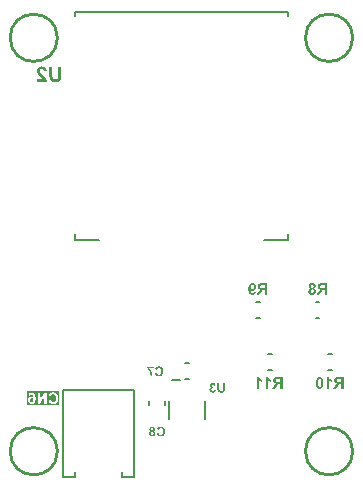
<source format=gbr>
G04*
G04 #@! TF.GenerationSoftware,Altium Limited,Altium Designer,22.4.2 (48)*
G04*
G04 Layer_Color=32896*
%FSLAX44Y44*%
%MOMM*%
G71*
G04*
G04 #@! TF.SameCoordinates,805B4EF3-34EF-46CF-B3EC-FB7C4EB053B5*
G04*
G04*
G04 #@! TF.FilePolarity,Positive*
G04*
G01*
G75*
%ADD10C,0.2540*%
%ADD11C,0.1270*%
G36*
X46520Y63850D02*
X19520D01*
Y75850D01*
X46520D01*
Y63850D01*
D02*
G37*
G36*
X274742Y87465D02*
X274925Y87169D01*
X275122Y86887D01*
X275320Y86662D01*
X275489Y86479D01*
X275644Y86337D01*
X275700Y86281D01*
X275743Y86239D01*
X275771Y86225D01*
X275785Y86211D01*
X276095Y85985D01*
X276391Y85788D01*
X276659Y85633D01*
X276899Y85520D01*
X277096Y85435D01*
X277237Y85365D01*
X277293Y85351D01*
X277336Y85337D01*
X277350Y85323D01*
X277364D01*
Y83631D01*
X276856Y83828D01*
X276405Y84040D01*
X276194Y84152D01*
X275996Y84279D01*
X275813Y84392D01*
X275644Y84505D01*
X275489Y84618D01*
X275348Y84716D01*
X275235Y84801D01*
X275137Y84886D01*
X275052Y84956D01*
X274995Y84998D01*
X274967Y85027D01*
X274953Y85041D01*
Y77978D01*
X273078D01*
Y87789D01*
X274601D01*
X274742Y87465D01*
D02*
G37*
G36*
X287274Y77978D02*
X285300D01*
Y82052D01*
X284666D01*
X284469Y82038D01*
X284300Y82024D01*
X284159Y81996D01*
X284046Y81981D01*
X283975Y81953D01*
X283933Y81939D01*
X283919D01*
X283806Y81883D01*
X283693Y81826D01*
X283595Y81756D01*
X283496Y81700D01*
X283426Y81629D01*
X283369Y81573D01*
X283341Y81545D01*
X283327Y81530D01*
X283270Y81460D01*
X283200Y81390D01*
X283045Y81178D01*
X282876Y80953D01*
X282693Y80699D01*
X282537Y80473D01*
X282467Y80360D01*
X282411Y80276D01*
X282354Y80205D01*
X282312Y80149D01*
X282298Y80107D01*
X282284Y80092D01*
X280874Y77978D01*
X278506D01*
X279704Y79881D01*
X279831Y80078D01*
X279958Y80276D01*
X280070Y80445D01*
X280183Y80600D01*
X280282Y80741D01*
X280366Y80882D01*
X280536Y81093D01*
X280662Y81263D01*
X280747Y81375D01*
X280818Y81446D01*
X280832Y81460D01*
X280987Y81629D01*
X281170Y81784D01*
X281339Y81911D01*
X281508Y82038D01*
X281649Y82137D01*
X281762Y82207D01*
X281847Y82263D01*
X281861Y82278D01*
X281875D01*
X281635Y82320D01*
X281424Y82376D01*
X281226Y82433D01*
X281029Y82503D01*
X280860Y82574D01*
X280705Y82644D01*
X280550Y82715D01*
X280423Y82799D01*
X280310Y82870D01*
X280211Y82940D01*
X280127Y83011D01*
X280070Y83067D01*
X280014Y83109D01*
X279972Y83152D01*
X279958Y83166D01*
X279944Y83180D01*
X279831Y83321D01*
X279732Y83462D01*
X279563Y83772D01*
X279450Y84068D01*
X279380Y84364D01*
X279323Y84618D01*
X279309Y84716D01*
Y84815D01*
X279295Y84886D01*
Y84956D01*
Y84984D01*
Y84998D01*
X279309Y85308D01*
X279366Y85604D01*
X279436Y85858D01*
X279507Y86084D01*
X279591Y86267D01*
X279662Y86408D01*
X279690Y86450D01*
X279718Y86493D01*
X279732Y86507D01*
Y86521D01*
X279901Y86760D01*
X280084Y86958D01*
X280268Y87113D01*
X280451Y87254D01*
X280620Y87338D01*
X280747Y87409D01*
X280832Y87451D01*
X280846Y87465D01*
X280860D01*
X281001Y87508D01*
X281156Y87550D01*
X281508Y87620D01*
X281889Y87663D01*
X282255Y87705D01*
X282439D01*
X282594Y87719D01*
X282749D01*
X282876Y87733D01*
X287274D01*
Y77978D01*
D02*
G37*
G36*
X267369Y87775D02*
X267609Y87747D01*
X267848Y87691D01*
X268060Y87634D01*
X268257Y87550D01*
X268440Y87465D01*
X268596Y87381D01*
X268750Y87282D01*
X268877Y87183D01*
X269004Y87099D01*
X269103Y87014D01*
X269174Y86930D01*
X269244Y86873D01*
X269286Y86817D01*
X269314Y86789D01*
X269328Y86775D01*
X269498Y86535D01*
X269639Y86253D01*
X269765Y85957D01*
X269878Y85647D01*
X269963Y85323D01*
X270047Y84984D01*
X270104Y84660D01*
X270160Y84336D01*
X270188Y84026D01*
X270217Y83744D01*
X270245Y83476D01*
X270259Y83250D01*
X270273Y83067D01*
Y82926D01*
Y82870D01*
Y82827D01*
Y82813D01*
Y82799D01*
X270259Y82292D01*
X270231Y81826D01*
X270188Y81390D01*
X270132Y80995D01*
X270076Y80642D01*
X270005Y80318D01*
X269921Y80036D01*
X269836Y79782D01*
X269765Y79571D01*
X269681Y79374D01*
X269611Y79219D01*
X269540Y79092D01*
X269498Y79007D01*
X269455Y78937D01*
X269427Y78894D01*
X269413Y78880D01*
X269244Y78683D01*
X269061Y78528D01*
X268877Y78373D01*
X268680Y78260D01*
X268497Y78147D01*
X268299Y78063D01*
X268116Y77992D01*
X267933Y77936D01*
X267764Y77879D01*
X267609Y77851D01*
X267468Y77823D01*
X267355Y77809D01*
X267256D01*
X267172Y77795D01*
X267115D01*
X266861Y77809D01*
X266622Y77837D01*
X266382Y77893D01*
X266171Y77950D01*
X265973Y78020D01*
X265790Y78105D01*
X265635Y78204D01*
X265480Y78302D01*
X265353Y78387D01*
X265226Y78485D01*
X265128Y78570D01*
X265043Y78641D01*
X264987Y78697D01*
X264944Y78753D01*
X264916Y78781D01*
X264902Y78796D01*
X264733Y79035D01*
X264592Y79317D01*
X264451Y79613D01*
X264352Y79938D01*
X264254Y80262D01*
X264183Y80586D01*
X264113Y80924D01*
X264056Y81249D01*
X264028Y81559D01*
X264000Y81841D01*
X263972Y82108D01*
X263958Y82334D01*
X263944Y82517D01*
Y82658D01*
Y82715D01*
Y82757D01*
Y82771D01*
Y82785D01*
X263958Y83293D01*
X263986Y83758D01*
X264028Y84181D01*
X264098Y84575D01*
X264169Y84942D01*
X264240Y85266D01*
X264338Y85562D01*
X264423Y85816D01*
X264507Y86056D01*
X264592Y86239D01*
X264676Y86408D01*
X264747Y86549D01*
X264818Y86648D01*
X264860Y86718D01*
X264888Y86760D01*
X264902Y86775D01*
X265057Y86958D01*
X265226Y87113D01*
X265410Y87240D01*
X265593Y87367D01*
X265776Y87465D01*
X265959Y87536D01*
X266129Y87606D01*
X266312Y87663D01*
X266481Y87705D01*
X266622Y87733D01*
X266763Y87761D01*
X266876Y87775D01*
X266974Y87789D01*
X267115D01*
X267369Y87775D01*
D02*
G37*
G36*
X32138Y350716D02*
X32434Y350697D01*
X33008Y350605D01*
X33489Y350456D01*
X33712Y350382D01*
X33915Y350290D01*
X34100Y350216D01*
X34248Y350123D01*
X34397Y350049D01*
X34508Y349994D01*
X34600Y349919D01*
X34656Y349882D01*
X34693Y349864D01*
X34711Y349845D01*
X34915Y349660D01*
X35100Y349475D01*
X35267Y349253D01*
X35415Y349012D01*
X35637Y348531D01*
X35823Y348068D01*
X35878Y347827D01*
X35934Y347623D01*
X35989Y347438D01*
X36008Y347271D01*
X36045Y347123D01*
Y347031D01*
X36063Y346957D01*
Y346938D01*
X33619Y346698D01*
X33582Y347068D01*
X33508Y347383D01*
X33434Y347660D01*
X33341Y347864D01*
X33267Y348031D01*
X33193Y348142D01*
X33138Y348216D01*
X33119Y348234D01*
X32934Y348382D01*
X32730Y348494D01*
X32527Y348586D01*
X32323Y348642D01*
X32156Y348679D01*
X32008Y348697D01*
X31878D01*
X31601Y348679D01*
X31360Y348623D01*
X31156Y348549D01*
X30971Y348475D01*
X30842Y348401D01*
X30730Y348327D01*
X30675Y348271D01*
X30656Y348253D01*
X30508Y348068D01*
X30397Y347864D01*
X30323Y347660D01*
X30268Y347457D01*
X30230Y347271D01*
X30212Y347105D01*
Y347012D01*
Y346994D01*
Y346975D01*
X30230Y346698D01*
X30286Y346438D01*
X30379Y346179D01*
X30471Y345957D01*
X30564Y345753D01*
X30656Y345605D01*
X30712Y345513D01*
X30730Y345475D01*
X30805Y345364D01*
X30916Y345235D01*
X31064Y345068D01*
X31212Y344920D01*
X31545Y344568D01*
X31878Y344216D01*
X32212Y343883D01*
X32360Y343735D01*
X32508Y343624D01*
X32619Y343513D01*
X32693Y343439D01*
X32749Y343383D01*
X32767Y343364D01*
X33138Y343013D01*
X33471Y342679D01*
X33786Y342365D01*
X34063Y342087D01*
X34323Y341809D01*
X34545Y341550D01*
X34748Y341328D01*
X34915Y341105D01*
X35063Y340920D01*
X35193Y340754D01*
X35304Y340624D01*
X35378Y340494D01*
X35452Y340420D01*
X35489Y340346D01*
X35526Y340309D01*
Y340291D01*
X35767Y339865D01*
X35952Y339421D01*
X36100Y339013D01*
X36211Y338643D01*
X36285Y338310D01*
X36304Y338180D01*
X36322Y338069D01*
X36341Y337976D01*
X36359Y337902D01*
Y337865D01*
Y337847D01*
X27749D01*
Y340124D01*
X32638D01*
X32490Y340365D01*
X32323Y340569D01*
X32249Y340661D01*
X32193Y340735D01*
X32156Y340772D01*
X32138Y340791D01*
X32064Y340865D01*
X31990Y340957D01*
X31767Y341161D01*
X31527Y341402D01*
X31286Y341642D01*
X31045Y341865D01*
X30842Y342050D01*
X30767Y342124D01*
X30712Y342179D01*
X30675Y342198D01*
X30656Y342216D01*
X30249Y342605D01*
X29916Y342920D01*
X29638Y343216D01*
X29416Y343439D01*
X29249Y343624D01*
X29138Y343753D01*
X29064Y343846D01*
X29045Y343865D01*
X28805Y344179D01*
X28601Y344476D01*
X28434Y344753D01*
X28305Y344994D01*
X28194Y345198D01*
X28120Y345364D01*
X28082Y345457D01*
X28064Y345494D01*
X27953Y345790D01*
X27879Y346087D01*
X27823Y346364D01*
X27786Y346623D01*
X27768Y346827D01*
X27749Y346994D01*
Y347105D01*
Y347142D01*
X27768Y347420D01*
X27805Y347697D01*
X27842Y347957D01*
X27916Y348197D01*
X28101Y348623D01*
X28286Y348994D01*
X28397Y349160D01*
X28490Y349290D01*
X28582Y349420D01*
X28675Y349512D01*
X28749Y349586D01*
X28786Y349660D01*
X28823Y349679D01*
X28842Y349697D01*
X29045Y349882D01*
X29286Y350049D01*
X29508Y350179D01*
X29767Y350290D01*
X30249Y350475D01*
X30730Y350605D01*
X30953Y350642D01*
X31156Y350679D01*
X31341Y350697D01*
X31508Y350716D01*
X31638Y350734D01*
X31823D01*
X32138Y350716D01*
D02*
G37*
G36*
X48451Y343809D02*
Y343420D01*
X48432Y343050D01*
Y342698D01*
X48414Y342383D01*
X48395Y342087D01*
X48377Y341828D01*
X48358Y341587D01*
X48321Y341365D01*
X48303Y341180D01*
X48284Y341013D01*
X48266Y340865D01*
X48247Y340754D01*
X48229Y340661D01*
Y340606D01*
X48210Y340569D01*
Y340550D01*
X48117Y340272D01*
X48025Y340013D01*
X47895Y339772D01*
X47784Y339569D01*
X47673Y339384D01*
X47580Y339235D01*
X47506Y339161D01*
X47488Y339124D01*
X47266Y338884D01*
X47025Y338661D01*
X46766Y338476D01*
X46525Y338310D01*
X46321Y338180D01*
X46136Y338087D01*
X46025Y338032D01*
X46007Y338013D01*
X45988D01*
X45803Y337939D01*
X45599Y337884D01*
X45136Y337772D01*
X44673Y337699D01*
X44229Y337661D01*
X44025Y337643D01*
X43822Y337624D01*
X43655D01*
X43488Y337606D01*
X43192D01*
X42655Y337624D01*
X42174Y337661D01*
X41748Y337735D01*
X41396Y337810D01*
X41248Y337828D01*
X41100Y337865D01*
X40989Y337902D01*
X40896Y337939D01*
X40822Y337958D01*
X40766Y337976D01*
X40748Y337995D01*
X40729D01*
X40396Y338143D01*
X40100Y338328D01*
X39841Y338495D01*
X39618Y338661D01*
X39452Y338810D01*
X39322Y338921D01*
X39248Y338995D01*
X39230Y339032D01*
X39026Y339291D01*
X38859Y339569D01*
X38730Y339828D01*
X38619Y340087D01*
X38544Y340309D01*
X38489Y340494D01*
X38470Y340550D01*
Y340606D01*
X38452Y340624D01*
Y340643D01*
X38415Y340846D01*
X38378Y341068D01*
X38341Y341309D01*
X38322Y341550D01*
X38285Y342105D01*
X38248Y342642D01*
Y342883D01*
Y343124D01*
X38230Y343346D01*
Y343531D01*
Y343679D01*
Y343809D01*
Y343883D01*
Y343901D01*
Y350660D01*
X40822D01*
Y343550D01*
Y343272D01*
Y343013D01*
X40841Y342772D01*
Y342550D01*
X40859Y342365D01*
Y342179D01*
X40877Y342013D01*
Y341865D01*
X40915Y341642D01*
X40933Y341476D01*
X40952Y341383D01*
Y341346D01*
X41007Y341105D01*
X41100Y340902D01*
X41211Y340717D01*
X41322Y340550D01*
X41433Y340420D01*
X41526Y340328D01*
X41600Y340272D01*
X41618Y340254D01*
X41840Y340106D01*
X42118Y339995D01*
X42377Y339921D01*
X42655Y339865D01*
X42896Y339828D01*
X43081Y339809D01*
X43266D01*
X43655Y339828D01*
X43988Y339883D01*
X44285Y339958D01*
X44544Y340050D01*
X44729Y340124D01*
X44877Y340198D01*
X44951Y340254D01*
X44988Y340272D01*
X45192Y340457D01*
X45359Y340680D01*
X45507Y340883D01*
X45599Y341087D01*
X45673Y341272D01*
X45729Y341420D01*
X45766Y341513D01*
Y341550D01*
X45784Y341661D01*
X45803Y341772D01*
Y341920D01*
X45821Y342087D01*
X45840Y342439D01*
Y342809D01*
X45858Y343142D01*
Y343290D01*
Y343439D01*
Y343550D01*
Y343624D01*
Y343679D01*
Y343698D01*
Y350660D01*
X48451D01*
Y343809D01*
D02*
G37*
G36*
X176767Y82884D02*
X176990Y82860D01*
X177201Y82813D01*
X177377Y82766D01*
X177518Y82719D01*
X177635Y82673D01*
X177705Y82649D01*
X177717Y82637D01*
X177729D01*
X177917Y82532D01*
X178093Y82414D01*
X178234Y82297D01*
X178351Y82191D01*
X178445Y82086D01*
X178515Y82004D01*
X178562Y81957D01*
X178574Y81933D01*
X178680Y81757D01*
X178773Y81569D01*
X178844Y81370D01*
X178914Y81182D01*
X178961Y81006D01*
X178996Y80877D01*
X179008Y80818D01*
Y80783D01*
X179020Y80760D01*
Y80748D01*
X177588Y80513D01*
X177553Y80701D01*
X177506Y80865D01*
X177459Y81006D01*
X177400Y81112D01*
X177342Y81206D01*
X177295Y81276D01*
X177260Y81311D01*
X177248Y81323D01*
X177142Y81417D01*
X177025Y81487D01*
X176908Y81534D01*
X176802Y81569D01*
X176708Y81593D01*
X176638Y81605D01*
X176567D01*
X176426Y81593D01*
X176286Y81569D01*
X176180Y81523D01*
X176086Y81487D01*
X176004Y81440D01*
X175957Y81393D01*
X175922Y81370D01*
X175910Y81358D01*
X175828Y81264D01*
X175769Y81147D01*
X175722Y81041D01*
X175699Y80936D01*
X175675Y80842D01*
X175664Y80772D01*
Y80724D01*
Y80701D01*
X175675Y80525D01*
X175711Y80372D01*
X175769Y80243D01*
X175828Y80138D01*
X175898Y80044D01*
X175945Y79985D01*
X175992Y79938D01*
X176004Y79927D01*
X176145Y79833D01*
X176297Y79762D01*
X176462Y79715D01*
X176614Y79680D01*
X176755Y79668D01*
X176872Y79657D01*
X176978D01*
X177142Y78401D01*
X176990Y78436D01*
X176861Y78471D01*
X176731Y78495D01*
X176626Y78507D01*
X176544Y78518D01*
X176426D01*
X176262Y78507D01*
X176121Y78460D01*
X175992Y78413D01*
X175875Y78342D01*
X175793Y78284D01*
X175722Y78225D01*
X175675Y78178D01*
X175664Y78166D01*
X175558Y78025D01*
X175476Y77873D01*
X175417Y77720D01*
X175370Y77568D01*
X175347Y77427D01*
X175335Y77321D01*
Y77251D01*
Y77239D01*
Y77228D01*
X175347Y77005D01*
X175382Y76805D01*
X175441Y76629D01*
X175499Y76488D01*
X175570Y76383D01*
X175617Y76301D01*
X175664Y76242D01*
X175675Y76230D01*
X175805Y76113D01*
X175945Y76019D01*
X176074Y75960D01*
X176203Y75913D01*
X176321Y75890D01*
X176403Y75878D01*
X176462Y75866D01*
X176485D01*
X176649Y75878D01*
X176790Y75913D01*
X176919Y75960D01*
X177037Y76019D01*
X177119Y76066D01*
X177189Y76113D01*
X177236Y76148D01*
X177248Y76160D01*
X177353Y76289D01*
X177447Y76430D01*
X177506Y76582D01*
X177565Y76723D01*
X177600Y76852D01*
X177623Y76958D01*
X177635Y77028D01*
Y77040D01*
Y77052D01*
X179137Y76864D01*
X179114Y76676D01*
X179067Y76500D01*
X178961Y76171D01*
X178832Y75890D01*
X178750Y75772D01*
X178680Y75655D01*
X178609Y75550D01*
X178539Y75467D01*
X178480Y75385D01*
X178421Y75326D01*
X178374Y75280D01*
X178339Y75244D01*
X178316Y75221D01*
X178304Y75209D01*
X178163Y75104D01*
X178011Y74998D01*
X177870Y74916D01*
X177705Y74845D01*
X177400Y74728D01*
X177119Y74658D01*
X176978Y74634D01*
X176861Y74611D01*
X176755Y74599D01*
X176661Y74587D01*
X176579Y74576D01*
X176473D01*
X176262Y74587D01*
X176051Y74611D01*
X175863Y74646D01*
X175675Y74693D01*
X175511Y74752D01*
X175347Y74810D01*
X175194Y74881D01*
X175065Y74951D01*
X174948Y75021D01*
X174830Y75092D01*
X174748Y75150D01*
X174666Y75209D01*
X174608Y75256D01*
X174561Y75291D01*
X174537Y75315D01*
X174525Y75326D01*
X174385Y75467D01*
X174267Y75620D01*
X174162Y75772D01*
X174068Y75925D01*
X173997Y76089D01*
X173927Y76242D01*
X173833Y76523D01*
X173810Y76653D01*
X173786Y76782D01*
X173763Y76887D01*
X173751Y76981D01*
X173739Y77052D01*
Y77110D01*
Y77145D01*
Y77157D01*
X173763Y77427D01*
X173810Y77662D01*
X173868Y77885D01*
X173950Y78061D01*
X174032Y78213D01*
X174091Y78319D01*
X174138Y78389D01*
X174162Y78413D01*
X174326Y78589D01*
X174514Y78741D01*
X174701Y78859D01*
X174877Y78953D01*
X175030Y79023D01*
X175159Y79058D01*
X175206Y79082D01*
X175241D01*
X175265Y79093D01*
X175276D01*
X175065Y79222D01*
X174889Y79352D01*
X174737Y79492D01*
X174596Y79633D01*
X174478Y79774D01*
X174385Y79915D01*
X174314Y80056D01*
X174244Y80185D01*
X174197Y80314D01*
X174162Y80431D01*
X174138Y80537D01*
X174126Y80631D01*
X174115Y80701D01*
X174103Y80760D01*
Y80795D01*
Y80807D01*
X174115Y80948D01*
X174126Y81077D01*
X174197Y81335D01*
X174279Y81569D01*
X174385Y81769D01*
X174490Y81933D01*
X174584Y82051D01*
X174619Y82098D01*
X174655Y82133D01*
X174666Y82144D01*
X174678Y82156D01*
X174807Y82285D01*
X174960Y82403D01*
X175100Y82497D01*
X175253Y82579D01*
X175417Y82661D01*
X175570Y82719D01*
X175863Y82802D01*
X175992Y82837D01*
X176121Y82860D01*
X176227Y82872D01*
X176333Y82884D01*
X176415Y82895D01*
X176520D01*
X176767Y82884D01*
D02*
G37*
G36*
X186941Y78507D02*
Y78260D01*
X186929Y78025D01*
Y77803D01*
X186917Y77603D01*
X186906Y77415D01*
X186894Y77251D01*
X186882Y77098D01*
X186859Y76958D01*
X186847Y76840D01*
X186835Y76735D01*
X186824Y76641D01*
X186812Y76570D01*
X186800Y76512D01*
Y76476D01*
X186788Y76453D01*
Y76441D01*
X186730Y76265D01*
X186671Y76101D01*
X186589Y75949D01*
X186518Y75819D01*
X186448Y75702D01*
X186389Y75608D01*
X186342Y75561D01*
X186331Y75538D01*
X186190Y75385D01*
X186037Y75244D01*
X185873Y75127D01*
X185720Y75021D01*
X185591Y74939D01*
X185474Y74881D01*
X185404Y74845D01*
X185392Y74834D01*
X185380D01*
X185263Y74787D01*
X185134Y74752D01*
X184840Y74681D01*
X184547Y74634D01*
X184265Y74611D01*
X184136Y74599D01*
X184007Y74587D01*
X183902D01*
X183796Y74576D01*
X183608D01*
X183268Y74587D01*
X182963Y74611D01*
X182693Y74658D01*
X182470Y74705D01*
X182376Y74716D01*
X182282Y74740D01*
X182212Y74763D01*
X182153Y74787D01*
X182106Y74798D01*
X182071Y74810D01*
X182059Y74822D01*
X182047D01*
X181836Y74916D01*
X181648Y75033D01*
X181484Y75139D01*
X181343Y75244D01*
X181238Y75338D01*
X181156Y75409D01*
X181109Y75456D01*
X181097Y75479D01*
X180968Y75643D01*
X180862Y75819D01*
X180780Y75984D01*
X180710Y76148D01*
X180663Y76289D01*
X180627Y76406D01*
X180616Y76441D01*
Y76476D01*
X180604Y76488D01*
Y76500D01*
X180581Y76629D01*
X180557Y76770D01*
X180534Y76922D01*
X180522Y77075D01*
X180498Y77427D01*
X180475Y77767D01*
Y77920D01*
Y78073D01*
X180463Y78213D01*
Y78331D01*
Y78425D01*
Y78507D01*
Y78554D01*
Y78565D01*
Y82849D01*
X182106D01*
Y78342D01*
Y78166D01*
Y78002D01*
X182118Y77849D01*
Y77709D01*
X182130Y77591D01*
Y77474D01*
X182141Y77368D01*
Y77274D01*
X182165Y77134D01*
X182176Y77028D01*
X182188Y76969D01*
Y76946D01*
X182223Y76793D01*
X182282Y76664D01*
X182353Y76547D01*
X182423Y76441D01*
X182493Y76359D01*
X182552Y76301D01*
X182599Y76265D01*
X182611Y76254D01*
X182752Y76160D01*
X182927Y76089D01*
X183092Y76042D01*
X183268Y76007D01*
X183420Y75984D01*
X183538Y75972D01*
X183655D01*
X183902Y75984D01*
X184113Y76019D01*
X184300Y76066D01*
X184465Y76125D01*
X184582Y76171D01*
X184676Y76218D01*
X184723Y76254D01*
X184746Y76265D01*
X184876Y76383D01*
X184981Y76523D01*
X185075Y76653D01*
X185134Y76782D01*
X185181Y76899D01*
X185216Y76993D01*
X185239Y77052D01*
Y77075D01*
X185251Y77145D01*
X185263Y77216D01*
Y77310D01*
X185275Y77415D01*
X185286Y77638D01*
Y77873D01*
X185298Y78084D01*
Y78178D01*
Y78272D01*
Y78342D01*
Y78389D01*
Y78425D01*
Y78436D01*
Y82849D01*
X186941D01*
Y78507D01*
D02*
G37*
G36*
X273304Y157480D02*
X271330D01*
Y161554D01*
X270696D01*
X270499Y161540D01*
X270329Y161526D01*
X270189Y161498D01*
X270076Y161483D01*
X270005Y161455D01*
X269963Y161441D01*
X269949D01*
X269836Y161385D01*
X269723Y161329D01*
X269625Y161258D01*
X269526Y161202D01*
X269456Y161131D01*
X269399Y161075D01*
X269371Y161047D01*
X269357Y161032D01*
X269300Y160962D01*
X269230Y160891D01*
X269075Y160680D01*
X268906Y160455D01*
X268722Y160201D01*
X268567Y159975D01*
X268497Y159862D01*
X268440Y159778D01*
X268384Y159707D01*
X268342Y159651D01*
X268328Y159609D01*
X268314Y159594D01*
X266904Y157480D01*
X264536D01*
X265734Y159383D01*
X265861Y159580D01*
X265988Y159778D01*
X266100Y159947D01*
X266213Y160102D01*
X266312Y160243D01*
X266397Y160384D01*
X266566Y160595D01*
X266693Y160765D01*
X266777Y160877D01*
X266848Y160948D01*
X266862Y160962D01*
X267017Y161131D01*
X267200Y161286D01*
X267369Y161413D01*
X267538Y161540D01*
X267679Y161639D01*
X267792Y161709D01*
X267877Y161765D01*
X267891Y161780D01*
X267905D01*
X267665Y161822D01*
X267454Y161878D01*
X267256Y161935D01*
X267059Y162005D01*
X266890Y162076D01*
X266735Y162146D01*
X266580Y162217D01*
X266453Y162301D01*
X266340Y162372D01*
X266241Y162442D01*
X266157Y162513D01*
X266100Y162569D01*
X266044Y162611D01*
X266002Y162654D01*
X265988Y162668D01*
X265974Y162682D01*
X265861Y162823D01*
X265762Y162964D01*
X265593Y163274D01*
X265480Y163570D01*
X265410Y163866D01*
X265353Y164120D01*
X265339Y164218D01*
Y164317D01*
X265325Y164387D01*
Y164458D01*
Y164486D01*
Y164500D01*
X265339Y164810D01*
X265396Y165107D01*
X265466Y165360D01*
X265537Y165586D01*
X265621Y165769D01*
X265692Y165910D01*
X265720Y165952D01*
X265748Y165995D01*
X265762Y166009D01*
Y166023D01*
X265931Y166262D01*
X266115Y166460D01*
X266298Y166615D01*
X266481Y166756D01*
X266650Y166840D01*
X266777Y166911D01*
X266862Y166953D01*
X266876Y166967D01*
X266890D01*
X267031Y167010D01*
X267186Y167052D01*
X267538Y167122D01*
X267919Y167165D01*
X268286Y167207D01*
X268469D01*
X268624Y167221D01*
X268779D01*
X268906Y167235D01*
X273304D01*
Y157480D01*
D02*
G37*
G36*
X260997Y167277D02*
X261237Y167263D01*
X261462Y167221D01*
X261674Y167179D01*
X261871Y167122D01*
X262055Y167066D01*
X262210Y166996D01*
X262351Y166939D01*
X262492Y166869D01*
X262604Y166798D01*
X262689Y166742D01*
X262773Y166685D01*
X262830Y166643D01*
X262872Y166601D01*
X262900Y166587D01*
X262915Y166573D01*
X263041Y166432D01*
X263168Y166291D01*
X263267Y166136D01*
X263351Y165995D01*
X263493Y165685D01*
X263577Y165403D01*
X263633Y165149D01*
X263648Y165036D01*
X263662Y164951D01*
X263676Y164867D01*
Y164810D01*
Y164782D01*
Y164768D01*
X263662Y164529D01*
X263619Y164317D01*
X263577Y164106D01*
X263507Y163936D01*
X263450Y163781D01*
X263408Y163683D01*
X263366Y163612D01*
X263351Y163584D01*
X263211Y163401D01*
X263041Y163232D01*
X262872Y163091D01*
X262689Y162964D01*
X262534Y162879D01*
X262407Y162809D01*
X262322Y162766D01*
X262308Y162752D01*
X262294D01*
X262590Y162597D01*
X262844Y162442D01*
X263055Y162273D01*
X263225Y162104D01*
X263366Y161949D01*
X263464Y161836D01*
X263521Y161751D01*
X263535Y161737D01*
Y161723D01*
X263662Y161469D01*
X263760Y161216D01*
X263817Y160962D01*
X263873Y160736D01*
X263901Y160553D01*
X263915Y160398D01*
Y160342D01*
Y160299D01*
Y160271D01*
Y160257D01*
X263901Y159989D01*
X263873Y159750D01*
X263817Y159510D01*
X263746Y159298D01*
X263676Y159087D01*
X263591Y158904D01*
X263493Y158735D01*
X263394Y158580D01*
X263295Y158453D01*
X263197Y158326D01*
X263112Y158227D01*
X263041Y158143D01*
X262971Y158072D01*
X262915Y158030D01*
X262886Y158002D01*
X262872Y157987D01*
X262703Y157861D01*
X262520Y157762D01*
X262337Y157663D01*
X262153Y157593D01*
X261787Y157466D01*
X261434Y157381D01*
X261265Y157353D01*
X261124Y157339D01*
X260997Y157325D01*
X260884Y157311D01*
X260786Y157297D01*
X260659D01*
X260391Y157311D01*
X260152Y157339D01*
X259912Y157381D01*
X259686Y157424D01*
X259489Y157494D01*
X259306Y157565D01*
X259122Y157635D01*
X258967Y157720D01*
X258826Y157804D01*
X258714Y157875D01*
X258601Y157945D01*
X258516Y158016D01*
X258446Y158058D01*
X258403Y158100D01*
X258375Y158128D01*
X258361Y158143D01*
X258206Y158312D01*
X258079Y158481D01*
X257952Y158664D01*
X257854Y158847D01*
X257769Y159031D01*
X257699Y159214D01*
X257600Y159566D01*
X257558Y159721D01*
X257530Y159862D01*
X257515Y160003D01*
X257501Y160116D01*
X257487Y160215D01*
Y160285D01*
Y160328D01*
Y160342D01*
X257501Y160638D01*
X257558Y160906D01*
X257614Y161159D01*
X257699Y161371D01*
X257769Y161540D01*
X257840Y161667D01*
X257896Y161751D01*
X257910Y161780D01*
X258079Y162005D01*
X258277Y162202D01*
X258488Y162372D01*
X258685Y162498D01*
X258869Y162611D01*
X259010Y162696D01*
X259066Y162724D01*
X259108Y162738D01*
X259137Y162752D01*
X259151D01*
X258925Y162865D01*
X258728Y162992D01*
X258559Y163119D01*
X258418Y163260D01*
X258305Y163372D01*
X258234Y163471D01*
X258178Y163528D01*
X258164Y163556D01*
X258037Y163767D01*
X257952Y163979D01*
X257882Y164176D01*
X257840Y164359D01*
X257811Y164529D01*
X257797Y164655D01*
Y164740D01*
Y164754D01*
Y164768D01*
X257811Y164965D01*
X257826Y165163D01*
X257924Y165515D01*
X258037Y165811D01*
X258178Y166079D01*
X258333Y166291D01*
X258389Y166375D01*
X258446Y166446D01*
X258502Y166502D01*
X258544Y166544D01*
X258559Y166558D01*
X258573Y166573D01*
X258728Y166699D01*
X258883Y166812D01*
X259066Y166911D01*
X259235Y166996D01*
X259602Y167122D01*
X259954Y167207D01*
X260109Y167235D01*
X260264Y167249D01*
X260391Y167263D01*
X260518Y167277D01*
X260603Y167292D01*
X260744D01*
X260997Y167277D01*
D02*
G37*
G36*
X223180Y87465D02*
X223363Y87169D01*
X223560Y86887D01*
X223758Y86662D01*
X223927Y86479D01*
X224082Y86337D01*
X224138Y86281D01*
X224181Y86239D01*
X224209Y86225D01*
X224223Y86211D01*
X224533Y85985D01*
X224829Y85788D01*
X225097Y85633D01*
X225337Y85520D01*
X225534Y85435D01*
X225675Y85365D01*
X225731Y85351D01*
X225774Y85337D01*
X225788Y85323D01*
X225802D01*
Y83631D01*
X225294Y83828D01*
X224843Y84040D01*
X224632Y84152D01*
X224434Y84279D01*
X224251Y84392D01*
X224082Y84505D01*
X223927Y84618D01*
X223786Y84716D01*
X223673Y84801D01*
X223575Y84886D01*
X223490Y84956D01*
X223433Y84998D01*
X223405Y85027D01*
X223391Y85041D01*
Y77978D01*
X221516D01*
Y87789D01*
X223039D01*
X223180Y87465D01*
D02*
G37*
G36*
X215596D02*
X215779Y87169D01*
X215976Y86887D01*
X216174Y86662D01*
X216343Y86479D01*
X216498Y86337D01*
X216554Y86281D01*
X216597Y86239D01*
X216625Y86225D01*
X216639Y86211D01*
X216949Y85985D01*
X217245Y85788D01*
X217513Y85633D01*
X217752Y85520D01*
X217950Y85435D01*
X218091Y85365D01*
X218147Y85351D01*
X218189Y85337D01*
X218204Y85323D01*
X218218D01*
Y83631D01*
X217710Y83828D01*
X217259Y84040D01*
X217048Y84152D01*
X216850Y84279D01*
X216667Y84392D01*
X216498Y84505D01*
X216343Y84618D01*
X216202Y84716D01*
X216089Y84801D01*
X215990Y84886D01*
X215906Y84956D01*
X215849Y84998D01*
X215821Y85027D01*
X215807Y85041D01*
Y77978D01*
X213932D01*
Y87789D01*
X215455D01*
X215596Y87465D01*
D02*
G37*
G36*
X235712Y77978D02*
X233738D01*
Y82052D01*
X233104D01*
X232907Y82038D01*
X232738Y82024D01*
X232597Y81996D01*
X232484Y81981D01*
X232413Y81953D01*
X232371Y81939D01*
X232357D01*
X232244Y81883D01*
X232131Y81826D01*
X232033Y81756D01*
X231934Y81700D01*
X231863Y81629D01*
X231807Y81573D01*
X231779Y81545D01*
X231765Y81530D01*
X231709Y81460D01*
X231638Y81390D01*
X231483Y81178D01*
X231314Y80953D01*
X231131Y80699D01*
X230975Y80473D01*
X230905Y80360D01*
X230849Y80276D01*
X230792Y80205D01*
X230750Y80149D01*
X230736Y80107D01*
X230722Y80092D01*
X229312Y77978D01*
X226944D01*
X228142Y79881D01*
X228269Y80078D01*
X228396Y80276D01*
X228508Y80445D01*
X228621Y80600D01*
X228720Y80741D01*
X228804Y80882D01*
X228974Y81093D01*
X229100Y81263D01*
X229185Y81375D01*
X229256Y81446D01*
X229270Y81460D01*
X229425Y81629D01*
X229608Y81784D01*
X229777Y81911D01*
X229946Y82038D01*
X230087Y82137D01*
X230200Y82207D01*
X230285Y82263D01*
X230299Y82278D01*
X230313D01*
X230073Y82320D01*
X229862Y82376D01*
X229664Y82433D01*
X229467Y82503D01*
X229298Y82574D01*
X229143Y82644D01*
X228988Y82715D01*
X228861Y82799D01*
X228748Y82870D01*
X228649Y82940D01*
X228565Y83011D01*
X228508Y83067D01*
X228452Y83109D01*
X228410Y83152D01*
X228396Y83166D01*
X228382Y83180D01*
X228269Y83321D01*
X228170Y83462D01*
X228001Y83772D01*
X227888Y84068D01*
X227818Y84364D01*
X227761Y84618D01*
X227747Y84716D01*
Y84815D01*
X227733Y84886D01*
Y84956D01*
Y84984D01*
Y84998D01*
X227747Y85308D01*
X227804Y85604D01*
X227874Y85858D01*
X227945Y86084D01*
X228029Y86267D01*
X228100Y86408D01*
X228128Y86450D01*
X228156Y86493D01*
X228170Y86507D01*
Y86521D01*
X228339Y86760D01*
X228522Y86958D01*
X228706Y87113D01*
X228889Y87254D01*
X229058Y87338D01*
X229185Y87409D01*
X229270Y87451D01*
X229284Y87465D01*
X229298D01*
X229439Y87508D01*
X229594Y87550D01*
X229946Y87620D01*
X230327Y87663D01*
X230693Y87705D01*
X230877D01*
X231032Y87719D01*
X231187D01*
X231314Y87733D01*
X235712D01*
Y77978D01*
D02*
G37*
G36*
X210366Y167277D02*
X210592Y167249D01*
X210818Y167207D01*
X211029Y167150D01*
X211226Y167080D01*
X211410Y166996D01*
X211593Y166925D01*
X211734Y166840D01*
X211875Y166742D01*
X212002Y166671D01*
X212100Y166587D01*
X212199Y166516D01*
X212270Y166460D01*
X212312Y166418D01*
X212340Y166389D01*
X212354Y166375D01*
X212509Y166192D01*
X212636Y166009D01*
X212763Y165811D01*
X212862Y165614D01*
X212946Y165417D01*
X213017Y165205D01*
X213115Y164825D01*
X213158Y164655D01*
X213186Y164486D01*
X213200Y164345D01*
X213214Y164218D01*
X213228Y164106D01*
Y164035D01*
Y163979D01*
Y163965D01*
X213214Y163711D01*
X213186Y163457D01*
X213158Y163218D01*
X213101Y163006D01*
X213031Y162795D01*
X212960Y162611D01*
X212890Y162428D01*
X212805Y162273D01*
X212735Y162132D01*
X212664Y162005D01*
X212594Y161907D01*
X212523Y161808D01*
X212467Y161751D01*
X212439Y161695D01*
X212411Y161667D01*
X212397Y161653D01*
X212241Y161498D01*
X212072Y161357D01*
X211903Y161244D01*
X211734Y161145D01*
X211565Y161061D01*
X211410Y160976D01*
X211099Y160877D01*
X210832Y160807D01*
X210719Y160793D01*
X210620Y160779D01*
X210536Y160765D01*
X210423D01*
X210226Y160779D01*
X210042Y160807D01*
X209873Y160835D01*
X209704Y160891D01*
X209394Y161018D01*
X209140Y161173D01*
X208943Y161329D01*
X208858Y161399D01*
X208788Y161455D01*
X208731Y161512D01*
X208689Y161554D01*
X208675Y161568D01*
X208661Y161582D01*
X208689Y161286D01*
X208717Y161004D01*
X208745Y160751D01*
X208788Y160525D01*
X208830Y160328D01*
X208872Y160144D01*
X208915Y159989D01*
X208957Y159848D01*
X209013Y159721D01*
X209041Y159623D01*
X209084Y159538D01*
X209112Y159482D01*
X209140Y159425D01*
X209168Y159397D01*
X209182Y159369D01*
X209337Y159200D01*
X209507Y159073D01*
X209662Y158974D01*
X209817Y158918D01*
X209958Y158876D01*
X210056Y158862D01*
X210127Y158847D01*
X210155D01*
X210310Y158862D01*
X210465Y158890D01*
X210578Y158932D01*
X210691Y158974D01*
X210775Y159017D01*
X210832Y159059D01*
X210874Y159087D01*
X210888Y159101D01*
X210987Y159214D01*
X211057Y159341D01*
X211114Y159482D01*
X211156Y159623D01*
X211198Y159735D01*
X211212Y159834D01*
X211226Y159905D01*
Y159933D01*
X213031Y159721D01*
X212988Y159496D01*
X212932Y159298D01*
X212876Y159101D01*
X212805Y158932D01*
X212735Y158763D01*
X212664Y158608D01*
X212580Y158481D01*
X212509Y158354D01*
X212425Y158255D01*
X212368Y158157D01*
X212298Y158086D01*
X212241Y158016D01*
X212199Y157973D01*
X212157Y157931D01*
X212143Y157917D01*
X212129Y157903D01*
X211988Y157790D01*
X211847Y157706D01*
X211537Y157550D01*
X211241Y157452D01*
X210944Y157367D01*
X210677Y157325D01*
X210564Y157311D01*
X210465D01*
X210395Y157297D01*
X210282D01*
X209986Y157311D01*
X209718Y157353D01*
X209464Y157409D01*
X209210Y157480D01*
X208985Y157579D01*
X208773Y157677D01*
X208576Y157776D01*
X208407Y157889D01*
X208252Y158002D01*
X208111Y158100D01*
X207998Y158213D01*
X207899Y158298D01*
X207815Y158368D01*
X207759Y158425D01*
X207730Y158467D01*
X207716Y158481D01*
X207533Y158721D01*
X207392Y158988D01*
X207251Y159284D01*
X207138Y159580D01*
X207040Y159905D01*
X206955Y160229D01*
X206899Y160539D01*
X206842Y160863D01*
X206800Y161159D01*
X206772Y161427D01*
X206744Y161681D01*
X206730Y161907D01*
X206715Y162090D01*
Y162231D01*
Y162273D01*
Y162315D01*
Y162329D01*
Y162344D01*
X206730Y162823D01*
X206758Y163260D01*
X206800Y163669D01*
X206870Y164049D01*
X206941Y164387D01*
X207011Y164698D01*
X207110Y164980D01*
X207195Y165233D01*
X207279Y165445D01*
X207364Y165628D01*
X207448Y165783D01*
X207519Y165910D01*
X207589Y166009D01*
X207632Y166079D01*
X207660Y166122D01*
X207674Y166136D01*
X207857Y166333D01*
X208055Y166516D01*
X208252Y166671D01*
X208449Y166798D01*
X208661Y166911D01*
X208858Y167010D01*
X209056Y167080D01*
X209253Y167150D01*
X209422Y167193D01*
X209591Y167235D01*
X209732Y167263D01*
X209859Y167277D01*
X209972D01*
X210042Y167292D01*
X210113D01*
X210366Y167277D01*
D02*
G37*
G36*
X222504Y157480D02*
X220530D01*
Y161554D01*
X219896D01*
X219699Y161540D01*
X219529Y161526D01*
X219389Y161498D01*
X219276Y161483D01*
X219205Y161455D01*
X219163Y161441D01*
X219149D01*
X219036Y161385D01*
X218923Y161329D01*
X218825Y161258D01*
X218726Y161202D01*
X218655Y161131D01*
X218599Y161075D01*
X218571Y161047D01*
X218557Y161032D01*
X218500Y160962D01*
X218430Y160891D01*
X218275Y160680D01*
X218106Y160455D01*
X217922Y160201D01*
X217767Y159975D01*
X217697Y159862D01*
X217640Y159778D01*
X217584Y159707D01*
X217542Y159651D01*
X217528Y159609D01*
X217514Y159594D01*
X216104Y157480D01*
X213736D01*
X214934Y159383D01*
X215061Y159580D01*
X215188Y159778D01*
X215300Y159947D01*
X215413Y160102D01*
X215512Y160243D01*
X215597Y160384D01*
X215766Y160595D01*
X215893Y160765D01*
X215977Y160877D01*
X216048Y160948D01*
X216062Y160962D01*
X216217Y161131D01*
X216400Y161286D01*
X216569Y161413D01*
X216738Y161540D01*
X216879Y161639D01*
X216992Y161709D01*
X217077Y161765D01*
X217091Y161780D01*
X217105D01*
X216865Y161822D01*
X216654Y161878D01*
X216456Y161935D01*
X216259Y162005D01*
X216090Y162076D01*
X215935Y162146D01*
X215780Y162217D01*
X215653Y162301D01*
X215540Y162372D01*
X215441Y162442D01*
X215357Y162513D01*
X215300Y162569D01*
X215244Y162611D01*
X215202Y162654D01*
X215188Y162668D01*
X215174Y162682D01*
X215061Y162823D01*
X214962Y162964D01*
X214793Y163274D01*
X214680Y163570D01*
X214610Y163866D01*
X214553Y164120D01*
X214539Y164218D01*
Y164317D01*
X214525Y164387D01*
Y164458D01*
Y164486D01*
Y164500D01*
X214539Y164810D01*
X214596Y165107D01*
X214666Y165360D01*
X214737Y165586D01*
X214821Y165769D01*
X214892Y165910D01*
X214920Y165952D01*
X214948Y165995D01*
X214962Y166009D01*
Y166023D01*
X215131Y166262D01*
X215315Y166460D01*
X215498Y166615D01*
X215681Y166756D01*
X215850Y166840D01*
X215977Y166911D01*
X216062Y166953D01*
X216076Y166967D01*
X216090D01*
X216231Y167010D01*
X216386Y167052D01*
X216738Y167122D01*
X217119Y167165D01*
X217486Y167207D01*
X217669D01*
X217824Y167221D01*
X217979D01*
X218106Y167235D01*
X222504D01*
Y157480D01*
D02*
G37*
G36*
X131135Y96907D02*
X131440Y96872D01*
X131710Y96813D01*
X131980Y96743D01*
X132214Y96661D01*
X132449Y96567D01*
X132649Y96461D01*
X132836Y96356D01*
X133012Y96250D01*
X133153Y96145D01*
X133282Y96051D01*
X133388Y95969D01*
X133470Y95898D01*
X133529Y95839D01*
X133564Y95804D01*
X133576Y95793D01*
X133763Y95569D01*
X133916Y95335D01*
X134057Y95088D01*
X134174Y94830D01*
X134280Y94560D01*
X134362Y94302D01*
X134432Y94044D01*
X134491Y93798D01*
X134538Y93551D01*
X134561Y93340D01*
X134585Y93140D01*
X134608Y92976D01*
Y92835D01*
X134620Y92730D01*
Y92659D01*
Y92648D01*
Y92636D01*
X134608Y92284D01*
X134573Y91955D01*
X134526Y91638D01*
X134456Y91357D01*
X134385Y91087D01*
X134291Y90829D01*
X134198Y90606D01*
X134104Y90406D01*
X134010Y90218D01*
X133916Y90054D01*
X133822Y89925D01*
X133752Y89808D01*
X133681Y89726D01*
X133634Y89655D01*
X133599Y89620D01*
X133587Y89608D01*
X133388Y89409D01*
X133177Y89244D01*
X132954Y89092D01*
X132731Y88975D01*
X132508Y88869D01*
X132285Y88775D01*
X132073Y88705D01*
X131874Y88646D01*
X131675Y88599D01*
X131498Y88564D01*
X131334Y88540D01*
X131205Y88529D01*
X131088Y88517D01*
X131006Y88505D01*
X130935D01*
X130689Y88517D01*
X130466Y88529D01*
X130243Y88564D01*
X130043Y88611D01*
X129856Y88658D01*
X129680Y88705D01*
X129515Y88763D01*
X129363Y88834D01*
X129234Y88892D01*
X129116Y88951D01*
X129011Y88998D01*
X128929Y89045D01*
X128858Y89092D01*
X128811Y89127D01*
X128788Y89139D01*
X128776Y89151D01*
X128624Y89280D01*
X128483Y89420D01*
X128224Y89737D01*
X128013Y90066D01*
X127849Y90383D01*
X127779Y90535D01*
X127720Y90676D01*
X127673Y90805D01*
X127626Y90911D01*
X127591Y91005D01*
X127567Y91075D01*
X127556Y91122D01*
Y91134D01*
X129152Y91627D01*
X129246Y91310D01*
X129351Y91040D01*
X129457Y90817D01*
X129574Y90629D01*
X129668Y90488D01*
X129750Y90394D01*
X129809Y90336D01*
X129832Y90312D01*
X130020Y90171D01*
X130208Y90078D01*
X130395Y90007D01*
X130560Y89949D01*
X130712Y89925D01*
X130841Y89913D01*
X130888Y89902D01*
X130947D01*
X131111Y89913D01*
X131264Y89925D01*
X131545Y90007D01*
X131792Y90101D01*
X131991Y90230D01*
X132156Y90347D01*
X132273Y90441D01*
X132320Y90488D01*
X132355Y90524D01*
X132367Y90535D01*
X132379Y90547D01*
X132472Y90676D01*
X132555Y90829D01*
X132637Y90993D01*
X132696Y91169D01*
X132789Y91533D01*
X132860Y91896D01*
X132883Y92073D01*
X132895Y92225D01*
X132919Y92378D01*
Y92507D01*
X132930Y92601D01*
Y92683D01*
Y92741D01*
Y92753D01*
X132919Y93023D01*
X132907Y93270D01*
X132883Y93492D01*
X132848Y93704D01*
X132801Y93891D01*
X132754Y94067D01*
X132707Y94220D01*
X132649Y94361D01*
X132602Y94478D01*
X132555Y94584D01*
X132508Y94666D01*
X132461Y94736D01*
X132426Y94795D01*
X132402Y94830D01*
X132379Y94854D01*
Y94865D01*
X132273Y94983D01*
X132156Y95088D01*
X132038Y95170D01*
X131909Y95241D01*
X131663Y95358D01*
X131428Y95440D01*
X131229Y95487D01*
X131135Y95499D01*
X131064Y95511D01*
X130994Y95523D01*
X130912D01*
X130677Y95511D01*
X130466Y95464D01*
X130278Y95405D01*
X130114Y95335D01*
X129985Y95264D01*
X129891Y95206D01*
X129832Y95159D01*
X129809Y95147D01*
X129656Y95006D01*
X129515Y94842D01*
X129410Y94678D01*
X129328Y94513D01*
X129269Y94373D01*
X129234Y94267D01*
X129210Y94220D01*
Y94185D01*
X129199Y94173D01*
Y94161D01*
X127579Y94549D01*
X127697Y94889D01*
X127826Y95182D01*
X127966Y95440D01*
X128096Y95652D01*
X128224Y95816D01*
X128272Y95886D01*
X128318Y95945D01*
X128354Y95980D01*
X128389Y96016D01*
X128401Y96039D01*
X128412D01*
X128588Y96192D01*
X128788Y96332D01*
X128976Y96450D01*
X129175Y96544D01*
X129386Y96637D01*
X129586Y96708D01*
X129785Y96767D01*
X129973Y96813D01*
X130149Y96849D01*
X130313Y96872D01*
X130454Y96896D01*
X130583Y96907D01*
X130689Y96919D01*
X130830D01*
X131135Y96907D01*
D02*
G37*
G36*
X126488Y95218D02*
X122956D01*
X123343Y94689D01*
X123683Y94138D01*
X123848Y93880D01*
X123988Y93610D01*
X124117Y93363D01*
X124235Y93129D01*
X124340Y92906D01*
X124434Y92706D01*
X124516Y92519D01*
X124587Y92366D01*
X124634Y92249D01*
X124669Y92155D01*
X124692Y92096D01*
X124704Y92073D01*
X124821Y91744D01*
X124927Y91427D01*
X125009Y91110D01*
X125091Y90805D01*
X125150Y90500D01*
X125209Y90218D01*
X125256Y89949D01*
X125291Y89702D01*
X125326Y89479D01*
X125350Y89268D01*
X125373Y89092D01*
X125385Y88939D01*
Y88810D01*
X125396Y88716D01*
Y88670D01*
Y88646D01*
X123894D01*
X123883Y89057D01*
X123848Y89479D01*
X123789Y89890D01*
X123765Y90078D01*
X123730Y90265D01*
X123695Y90430D01*
X123660Y90594D01*
X123636Y90723D01*
X123613Y90840D01*
X123589Y90946D01*
X123566Y91016D01*
X123554Y91063D01*
Y91075D01*
X123401Y91580D01*
X123237Y92061D01*
X123155Y92284D01*
X123061Y92495D01*
X122979Y92695D01*
X122897Y92882D01*
X122815Y93047D01*
X122744Y93199D01*
X122674Y93340D01*
X122627Y93446D01*
X122580Y93539D01*
X122545Y93598D01*
X122521Y93645D01*
X122510Y93657D01*
X122381Y93880D01*
X122252Y94091D01*
X122134Y94279D01*
X122017Y94466D01*
X121899Y94631D01*
X121782Y94783D01*
X121677Y94924D01*
X121583Y95053D01*
X121489Y95170D01*
X121407Y95264D01*
X121336Y95347D01*
X121278Y95417D01*
X121231Y95464D01*
X121195Y95499D01*
X121172Y95523D01*
X121160Y95534D01*
Y96661D01*
X126488D01*
Y95218D01*
D02*
G37*
G36*
X132659Y45853D02*
X132964Y45818D01*
X133234Y45759D01*
X133504Y45689D01*
X133738Y45607D01*
X133973Y45513D01*
X134173Y45407D01*
X134360Y45302D01*
X134536Y45196D01*
X134677Y45090D01*
X134806Y44997D01*
X134912Y44914D01*
X134994Y44844D01*
X135053Y44785D01*
X135088Y44750D01*
X135100Y44738D01*
X135287Y44516D01*
X135440Y44281D01*
X135581Y44034D01*
X135698Y43776D01*
X135804Y43506D01*
X135886Y43248D01*
X135956Y42990D01*
X136015Y42744D01*
X136062Y42497D01*
X136085Y42286D01*
X136109Y42086D01*
X136132Y41922D01*
Y41781D01*
X136144Y41676D01*
Y41605D01*
Y41594D01*
Y41582D01*
X136132Y41230D01*
X136097Y40901D01*
X136050Y40584D01*
X135980Y40303D01*
X135909Y40033D01*
X135815Y39775D01*
X135722Y39552D01*
X135628Y39352D01*
X135534Y39165D01*
X135440Y39000D01*
X135346Y38871D01*
X135276Y38754D01*
X135205Y38672D01*
X135158Y38601D01*
X135123Y38566D01*
X135111Y38554D01*
X134912Y38355D01*
X134701Y38191D01*
X134478Y38038D01*
X134255Y37921D01*
X134032Y37815D01*
X133809Y37721D01*
X133597Y37651D01*
X133398Y37592D01*
X133199Y37545D01*
X133022Y37510D01*
X132858Y37486D01*
X132729Y37475D01*
X132612Y37463D01*
X132530Y37451D01*
X132459D01*
X132213Y37463D01*
X131990Y37475D01*
X131767Y37510D01*
X131567Y37557D01*
X131380Y37604D01*
X131204Y37651D01*
X131039Y37709D01*
X130887Y37780D01*
X130758Y37838D01*
X130640Y37897D01*
X130535Y37944D01*
X130453Y37991D01*
X130382Y38038D01*
X130335Y38073D01*
X130312Y38085D01*
X130300Y38097D01*
X130147Y38226D01*
X130007Y38366D01*
X129748Y38683D01*
X129537Y39012D01*
X129373Y39329D01*
X129303Y39481D01*
X129244Y39622D01*
X129197Y39751D01*
X129150Y39857D01*
X129115Y39951D01*
X129091Y40021D01*
X129080Y40068D01*
Y40080D01*
X130676Y40573D01*
X130770Y40256D01*
X130875Y39986D01*
X130981Y39763D01*
X131098Y39575D01*
X131192Y39434D01*
X131274Y39341D01*
X131333Y39282D01*
X131356Y39258D01*
X131544Y39118D01*
X131732Y39024D01*
X131919Y38953D01*
X132084Y38895D01*
X132236Y38871D01*
X132365Y38859D01*
X132412Y38848D01*
X132471D01*
X132635Y38859D01*
X132788Y38871D01*
X133069Y38953D01*
X133316Y39047D01*
X133515Y39176D01*
X133680Y39293D01*
X133797Y39387D01*
X133844Y39434D01*
X133879Y39470D01*
X133891Y39481D01*
X133903Y39493D01*
X133996Y39622D01*
X134079Y39775D01*
X134161Y39939D01*
X134220Y40115D01*
X134313Y40479D01*
X134384Y40842D01*
X134407Y41019D01*
X134419Y41171D01*
X134443Y41324D01*
Y41453D01*
X134454Y41547D01*
Y41629D01*
Y41687D01*
Y41699D01*
X134443Y41969D01*
X134431Y42215D01*
X134407Y42439D01*
X134372Y42650D01*
X134325Y42838D01*
X134278Y43014D01*
X134231Y43166D01*
X134173Y43307D01*
X134126Y43424D01*
X134079Y43530D01*
X134032Y43612D01*
X133985Y43682D01*
X133950Y43741D01*
X133926Y43776D01*
X133903Y43800D01*
Y43811D01*
X133797Y43929D01*
X133680Y44034D01*
X133562Y44117D01*
X133433Y44187D01*
X133187Y44304D01*
X132952Y44386D01*
X132753Y44433D01*
X132659Y44445D01*
X132588Y44457D01*
X132518Y44469D01*
X132436D01*
X132201Y44457D01*
X131990Y44410D01*
X131802Y44351D01*
X131638Y44281D01*
X131509Y44210D01*
X131415Y44152D01*
X131356Y44105D01*
X131333Y44093D01*
X131180Y43952D01*
X131039Y43788D01*
X130934Y43624D01*
X130852Y43459D01*
X130793Y43319D01*
X130758Y43213D01*
X130734Y43166D01*
Y43131D01*
X130723Y43119D01*
Y43107D01*
X129103Y43495D01*
X129221Y43835D01*
X129350Y44128D01*
X129490Y44386D01*
X129620Y44598D01*
X129748Y44762D01*
X129796Y44832D01*
X129842Y44891D01*
X129878Y44926D01*
X129913Y44962D01*
X129925Y44985D01*
X129936D01*
X130112Y45138D01*
X130312Y45278D01*
X130500Y45396D01*
X130699Y45490D01*
X130910Y45583D01*
X131110Y45654D01*
X131309Y45712D01*
X131497Y45759D01*
X131673Y45795D01*
X131837Y45818D01*
X131978Y45842D01*
X132107Y45853D01*
X132213Y45865D01*
X132354D01*
X132659Y45853D01*
D02*
G37*
G36*
X125606Y45748D02*
X125806Y45736D01*
X125993Y45701D01*
X126169Y45665D01*
X126334Y45619D01*
X126486Y45572D01*
X126615Y45513D01*
X126733Y45466D01*
X126850Y45407D01*
X126944Y45349D01*
X127014Y45302D01*
X127085Y45255D01*
X127132Y45220D01*
X127167Y45184D01*
X127190Y45173D01*
X127202Y45161D01*
X127308Y45044D01*
X127413Y44926D01*
X127495Y44797D01*
X127566Y44680D01*
X127683Y44422D01*
X127754Y44187D01*
X127801Y43976D01*
X127812Y43882D01*
X127824Y43811D01*
X127836Y43741D01*
Y43694D01*
Y43671D01*
Y43659D01*
X127824Y43459D01*
X127789Y43283D01*
X127754Y43107D01*
X127695Y42966D01*
X127648Y42838D01*
X127613Y42755D01*
X127578Y42697D01*
X127566Y42673D01*
X127449Y42521D01*
X127308Y42380D01*
X127167Y42263D01*
X127014Y42157D01*
X126885Y42086D01*
X126780Y42028D01*
X126709Y41993D01*
X126698Y41981D01*
X126686D01*
X126932Y41852D01*
X127143Y41723D01*
X127319Y41582D01*
X127460Y41441D01*
X127578Y41312D01*
X127660Y41218D01*
X127707Y41148D01*
X127718Y41136D01*
Y41124D01*
X127824Y40913D01*
X127906Y40702D01*
X127953Y40490D01*
X128000Y40303D01*
X128024Y40150D01*
X128035Y40021D01*
Y39974D01*
Y39939D01*
Y39915D01*
Y39904D01*
X128024Y39681D01*
X128000Y39481D01*
X127953Y39282D01*
X127894Y39106D01*
X127836Y38930D01*
X127765Y38777D01*
X127683Y38636D01*
X127601Y38507D01*
X127519Y38402D01*
X127437Y38296D01*
X127366Y38214D01*
X127308Y38143D01*
X127249Y38085D01*
X127202Y38050D01*
X127179Y38026D01*
X127167Y38015D01*
X127026Y37909D01*
X126874Y37827D01*
X126721Y37745D01*
X126568Y37686D01*
X126263Y37580D01*
X125970Y37510D01*
X125829Y37486D01*
X125712Y37475D01*
X125606Y37463D01*
X125512Y37451D01*
X125430Y37439D01*
X125324D01*
X125102Y37451D01*
X124902Y37475D01*
X124703Y37510D01*
X124515Y37545D01*
X124351Y37604D01*
X124198Y37662D01*
X124045Y37721D01*
X123916Y37792D01*
X123799Y37862D01*
X123705Y37921D01*
X123611Y37979D01*
X123541Y38038D01*
X123482Y38073D01*
X123447Y38108D01*
X123424Y38132D01*
X123412Y38143D01*
X123283Y38284D01*
X123177Y38425D01*
X123071Y38578D01*
X122989Y38730D01*
X122919Y38883D01*
X122860Y39035D01*
X122778Y39329D01*
X122743Y39458D01*
X122719Y39575D01*
X122708Y39692D01*
X122696Y39786D01*
X122684Y39869D01*
Y39927D01*
Y39962D01*
Y39974D01*
X122696Y40221D01*
X122743Y40444D01*
X122790Y40655D01*
X122860Y40831D01*
X122919Y40972D01*
X122978Y41077D01*
X123025Y41148D01*
X123036Y41171D01*
X123177Y41359D01*
X123341Y41523D01*
X123517Y41664D01*
X123682Y41770D01*
X123834Y41863D01*
X123952Y41934D01*
X123998Y41957D01*
X124034Y41969D01*
X124057Y41981D01*
X124069D01*
X123881Y42075D01*
X123717Y42180D01*
X123576Y42286D01*
X123459Y42403D01*
X123365Y42497D01*
X123306Y42579D01*
X123259Y42626D01*
X123247Y42650D01*
X123142Y42826D01*
X123071Y43002D01*
X123013Y43166D01*
X122978Y43319D01*
X122954Y43459D01*
X122942Y43565D01*
Y43635D01*
Y43647D01*
Y43659D01*
X122954Y43823D01*
X122966Y43987D01*
X123048Y44281D01*
X123142Y44527D01*
X123259Y44750D01*
X123388Y44926D01*
X123435Y44997D01*
X123482Y45055D01*
X123529Y45102D01*
X123564Y45138D01*
X123576Y45149D01*
X123588Y45161D01*
X123717Y45267D01*
X123846Y45360D01*
X123998Y45443D01*
X124139Y45513D01*
X124444Y45619D01*
X124738Y45689D01*
X124867Y45712D01*
X124996Y45724D01*
X125102Y45736D01*
X125207Y45748D01*
X125278Y45759D01*
X125395D01*
X125606Y45748D01*
D02*
G37*
%LPC*%
G36*
X23076Y74704D02*
X22965D01*
X22896Y74690D01*
X22799D01*
X22688Y74676D01*
X22438Y74621D01*
X22161Y74551D01*
X21856Y74440D01*
X21551Y74288D01*
X21412Y74191D01*
X21274Y74080D01*
X21260D01*
X21246Y74052D01*
X21204Y74011D01*
X21163Y73969D01*
X21093Y73900D01*
X21038Y73830D01*
X20885Y73636D01*
X20733Y73373D01*
X20580Y73067D01*
X20441Y72721D01*
X20344Y72305D01*
X22119Y72111D01*
Y72138D01*
X22133Y72194D01*
X22161Y72291D01*
X22189Y72416D01*
X22230Y72540D01*
X22300Y72679D01*
X22369Y72804D01*
X22466Y72915D01*
X22480Y72929D01*
X22522Y72957D01*
X22577Y72998D01*
X22660Y73054D01*
X22757Y73095D01*
X22882Y73137D01*
X23035Y73165D01*
X23187Y73178D01*
X23215D01*
X23284Y73165D01*
X23395Y73151D01*
X23534Y73109D01*
X23687Y73054D01*
X23853Y72957D01*
X24019Y72832D01*
X24172Y72651D01*
X24186Y72624D01*
X24214Y72596D01*
X24241Y72540D01*
X24269Y72485D01*
X24311Y72402D01*
X24338Y72305D01*
X24380Y72180D01*
X24436Y72041D01*
X24477Y71889D01*
X24519Y71708D01*
X24560Y71514D01*
X24602Y71292D01*
X24630Y71043D01*
X24657Y70765D01*
X24685Y70474D01*
X24671Y70488D01*
X24657Y70516D01*
X24616Y70543D01*
X24560Y70599D01*
X24491Y70668D01*
X24408Y70738D01*
X24214Y70890D01*
X23964Y71029D01*
X23673Y71167D01*
X23506Y71223D01*
X23340Y71251D01*
X23160Y71278D01*
X22965Y71292D01*
X22854D01*
X22771Y71278D01*
X22674Y71265D01*
X22563Y71251D01*
X22424Y71223D01*
X22286Y71181D01*
X21981Y71070D01*
X21814Y71001D01*
X21648Y70918D01*
X21481Y70821D01*
X21315Y70696D01*
X21149Y70557D01*
X20996Y70405D01*
X20982Y70391D01*
X20954Y70363D01*
X20913Y70321D01*
X20871Y70252D01*
X20802Y70155D01*
X20733Y70058D01*
X20663Y69933D01*
X20580Y69795D01*
X20497Y69642D01*
X20427Y69462D01*
X20358Y69281D01*
X20289Y69073D01*
X20247Y68865D01*
X20206Y68630D01*
X20178Y68394D01*
X20164Y68130D01*
Y67992D01*
X20178Y67881D01*
X20192Y67756D01*
X20206Y67617D01*
X20233Y67451D01*
X20275Y67284D01*
X20372Y66896D01*
X20441Y66702D01*
X20538Y66508D01*
X20635Y66314D01*
X20747Y66119D01*
X20885Y65925D01*
X21038Y65759D01*
X21052Y65745D01*
X21079Y65717D01*
X21121Y65676D01*
X21190Y65620D01*
X21274Y65551D01*
X21384Y65482D01*
X21495Y65398D01*
X21634Y65315D01*
X21787Y65232D01*
X21953Y65149D01*
X22133Y65079D01*
X22341Y65010D01*
X22549Y64955D01*
X22771Y64913D01*
X23007Y64885D01*
X23257Y64871D01*
X23326D01*
X23395Y64885D01*
X23492D01*
X23617Y64913D01*
X23770Y64927D01*
X23922Y64968D01*
X24103Y65010D01*
X24283Y65065D01*
X24477Y65149D01*
X24685Y65232D01*
X24879Y65343D01*
X25087Y65468D01*
X25281Y65620D01*
X25476Y65800D01*
X25656Y65995D01*
X25670Y66009D01*
X25698Y66050D01*
X25739Y66119D01*
X25795Y66217D01*
X25878Y66341D01*
X25947Y66494D01*
X26030Y66674D01*
X26114Y66882D01*
X26211Y67132D01*
X26294Y67395D01*
X26363Y67700D01*
X26432Y68047D01*
X26502Y68408D01*
X26544Y68810D01*
X26571Y69240D01*
X26585Y69711D01*
Y69961D01*
X26571Y70141D01*
X26557Y70363D01*
X26530Y70613D01*
X26502Y70890D01*
X26460Y71181D01*
X26419Y71487D01*
X26349Y71805D01*
X26266Y72124D01*
X26169Y72443D01*
X26058Y72735D01*
X25933Y73026D01*
X25781Y73289D01*
X25614Y73525D01*
X25600Y73539D01*
X25573Y73581D01*
X25517Y73636D01*
X25434Y73705D01*
X25337Y73802D01*
X25226Y73900D01*
X25087Y74011D01*
X24935Y74121D01*
X24754Y74219D01*
X24574Y74330D01*
X24352Y74427D01*
X24130Y74524D01*
X23895Y74593D01*
X23631Y74648D01*
X23368Y74690D01*
X23076Y74704D01*
D02*
G37*
G36*
X35849Y74648D02*
X33977D01*
X30011Y68186D01*
Y74648D01*
X28221D01*
Y65051D01*
X30163D01*
X34060Y71375D01*
Y65051D01*
X35849D01*
Y74648D01*
D02*
G37*
G36*
X41396Y74829D02*
X41230D01*
X41105Y74815D01*
X40953Y74801D01*
X40786Y74773D01*
X40592Y74745D01*
X40384Y74704D01*
X40162Y74648D01*
X39927Y74579D01*
X39691Y74496D01*
X39441Y74385D01*
X39205Y74274D01*
X38983Y74135D01*
X38748Y73969D01*
X38540Y73789D01*
X38526D01*
X38512Y73761D01*
X38470Y73719D01*
X38429Y73678D01*
X38373Y73608D01*
X38318Y73525D01*
X38165Y73331D01*
X38013Y73081D01*
X37846Y72776D01*
X37694Y72429D01*
X37555Y72027D01*
X39469Y71570D01*
Y71584D01*
X39483Y71597D01*
Y71639D01*
X39510Y71694D01*
X39552Y71819D01*
X39621Y71986D01*
X39718Y72180D01*
X39843Y72374D01*
X40010Y72568D01*
X40190Y72735D01*
X40218Y72748D01*
X40287Y72804D01*
X40398Y72873D01*
X40550Y72957D01*
X40745Y73040D01*
X40967Y73109D01*
X41216Y73165D01*
X41494Y73178D01*
X41591D01*
X41674Y73165D01*
X41757Y73151D01*
X41868Y73137D01*
X42104Y73081D01*
X42381Y72984D01*
X42672Y72846D01*
X42825Y72762D01*
X42964Y72665D01*
X43102Y72540D01*
X43227Y72402D01*
Y72388D01*
X43255Y72360D01*
X43283Y72319D01*
X43324Y72249D01*
X43380Y72166D01*
X43435Y72069D01*
X43491Y71944D01*
X43546Y71805D01*
X43615Y71639D01*
X43671Y71459D01*
X43726Y71251D01*
X43782Y71029D01*
X43823Y70779D01*
X43851Y70516D01*
X43865Y70224D01*
X43879Y69906D01*
Y69892D01*
Y69822D01*
Y69725D01*
X43865Y69614D01*
Y69462D01*
X43837Y69281D01*
X43823Y69101D01*
X43796Y68893D01*
X43713Y68463D01*
X43602Y68033D01*
X43532Y67825D01*
X43435Y67631D01*
X43338Y67451D01*
X43227Y67298D01*
X43213Y67284D01*
X43199Y67270D01*
X43158Y67229D01*
X43102Y67173D01*
X42964Y67063D01*
X42769Y66924D01*
X42534Y66771D01*
X42242Y66660D01*
X41910Y66563D01*
X41729Y66549D01*
X41535Y66536D01*
X41466D01*
X41410Y66549D01*
X41258Y66563D01*
X41077Y66591D01*
X40883Y66660D01*
X40662Y66743D01*
X40440Y66854D01*
X40218Y67021D01*
X40190Y67049D01*
X40121Y67118D01*
X40023Y67229D01*
X39913Y67395D01*
X39774Y67617D01*
X39649Y67881D01*
X39524Y68200D01*
X39413Y68574D01*
X37527Y67992D01*
Y67978D01*
X37541Y67922D01*
X37569Y67839D01*
X37610Y67728D01*
X37666Y67603D01*
X37721Y67451D01*
X37791Y67284D01*
X37874Y67104D01*
X38068Y66730D01*
X38318Y66341D01*
X38623Y65967D01*
X38789Y65800D01*
X38970Y65648D01*
X38983Y65634D01*
X39011Y65620D01*
X39067Y65578D01*
X39150Y65523D01*
X39247Y65468D01*
X39372Y65412D01*
X39510Y65343D01*
X39663Y65273D01*
X39843Y65190D01*
X40037Y65121D01*
X40245Y65065D01*
X40467Y65010D01*
X40703Y64955D01*
X40967Y64913D01*
X41230Y64899D01*
X41521Y64885D01*
X41604D01*
X41702Y64899D01*
X41840Y64913D01*
X41993Y64927D01*
X42187Y64955D01*
X42395Y64996D01*
X42631Y65051D01*
X42867Y65121D01*
X43116Y65204D01*
X43380Y65315D01*
X43643Y65440D01*
X43907Y65578D01*
X44170Y65759D01*
X44420Y65953D01*
X44656Y66189D01*
X44669Y66203D01*
X44711Y66244D01*
X44767Y66327D01*
X44850Y66424D01*
X44933Y66563D01*
X45044Y66716D01*
X45155Y66910D01*
X45266Y67132D01*
X45377Y67368D01*
X45488Y67631D01*
X45599Y67936D01*
X45682Y68255D01*
X45765Y68588D01*
X45820Y68962D01*
X45862Y69351D01*
X45876Y69767D01*
Y69878D01*
X45862Y70003D01*
Y70169D01*
X45834Y70363D01*
X45807Y70599D01*
X45779Y70848D01*
X45724Y71140D01*
X45654Y71431D01*
X45571Y71736D01*
X45474Y72041D01*
X45349Y72360D01*
X45210Y72665D01*
X45044Y72957D01*
X44864Y73234D01*
X44642Y73497D01*
X44628Y73511D01*
X44586Y73553D01*
X44517Y73622D01*
X44420Y73705D01*
X44295Y73802D01*
X44142Y73913D01*
X43976Y74038D01*
X43768Y74163D01*
X43546Y74288D01*
X43310Y74413D01*
X43033Y74524D01*
X42756Y74621D01*
X42437Y74704D01*
X42118Y74773D01*
X41757Y74815D01*
X41396Y74829D01*
D02*
G37*
%LPD*%
G36*
X23451Y69906D02*
X23576Y69878D01*
X23714Y69822D01*
X23867Y69753D01*
X24019Y69642D01*
X24158Y69503D01*
X24172Y69489D01*
X24214Y69420D01*
X24269Y69323D01*
X24338Y69198D01*
X24408Y69018D01*
X24463Y68810D01*
X24505Y68560D01*
X24519Y68269D01*
Y68255D01*
Y68227D01*
Y68186D01*
Y68116D01*
X24491Y67964D01*
X24463Y67756D01*
X24422Y67534D01*
X24352Y67298D01*
X24255Y67076D01*
X24116Y66882D01*
X24103Y66868D01*
X24047Y66813D01*
X23950Y66730D01*
X23839Y66646D01*
X23700Y66549D01*
X23548Y66480D01*
X23368Y66424D01*
X23173Y66397D01*
X23090D01*
X22993Y66424D01*
X22868Y66452D01*
X22743Y66494D01*
X22591Y66563D01*
X22452Y66660D01*
X22314Y66785D01*
X22300Y66799D01*
X22258Y66868D01*
X22203Y66965D01*
X22133Y67104D01*
X22078Y67284D01*
X22022Y67506D01*
X21981Y67784D01*
X21967Y68103D01*
Y68116D01*
Y68144D01*
Y68200D01*
Y68255D01*
X21981Y68422D01*
X22009Y68630D01*
X22064Y68851D01*
X22119Y69087D01*
X22216Y69309D01*
X22341Y69489D01*
X22355Y69503D01*
X22411Y69559D01*
X22480Y69628D01*
X22591Y69711D01*
X22730Y69795D01*
X22882Y69864D01*
X23063Y69919D01*
X23257Y69933D01*
X23340D01*
X23451Y69906D01*
D02*
G37*
%LPC*%
G36*
X285300Y86084D02*
X283045D01*
X282918Y86070D01*
X282608D01*
X282481Y86056D01*
X282396D01*
X282354Y86041D01*
X282340D01*
X282171Y85999D01*
X282016Y85943D01*
X281889Y85886D01*
X281790Y85816D01*
X281706Y85745D01*
X281635Y85703D01*
X281607Y85661D01*
X281593Y85647D01*
X281508Y85534D01*
X281438Y85393D01*
X281396Y85266D01*
X281353Y85139D01*
X281339Y85027D01*
X281325Y84942D01*
Y84886D01*
Y84857D01*
X281339Y84702D01*
X281353Y84561D01*
X281396Y84434D01*
X281424Y84322D01*
X281466Y84237D01*
X281508Y84181D01*
X281522Y84138D01*
X281537Y84124D01*
X281621Y84026D01*
X281706Y83941D01*
X281889Y83814D01*
X281959Y83772D01*
X282030Y83744D01*
X282072Y83715D01*
X282086D01*
X282157Y83701D01*
X282270Y83673D01*
X282382Y83659D01*
X282509Y83645D01*
X282805Y83631D01*
X283101Y83617D01*
X283383Y83603D01*
X285300D01*
Y86084D01*
D02*
G37*
G36*
X267172Y86239D02*
X267115D01*
X266988Y86225D01*
X266876Y86211D01*
X266777Y86168D01*
X266692Y86126D01*
X266622Y86084D01*
X266565Y86056D01*
X266537Y86027D01*
X266523Y86013D01*
X266439Y85915D01*
X266354Y85788D01*
X266284Y85647D01*
X266213Y85506D01*
X266171Y85365D01*
X266129Y85252D01*
X266114Y85182D01*
X266100Y85168D01*
Y85153D01*
X266072Y85027D01*
X266044Y84871D01*
X266016Y84688D01*
X265987Y84505D01*
X265959Y84124D01*
X265945Y83730D01*
X265931Y83546D01*
Y83363D01*
X265917Y83208D01*
Y83067D01*
Y82954D01*
Y82856D01*
Y82799D01*
Y82785D01*
Y82475D01*
X265931Y82179D01*
Y81911D01*
X265945Y81671D01*
X265959Y81446D01*
X265973Y81249D01*
X266002Y81065D01*
X266016Y80910D01*
X266030Y80769D01*
X266058Y80656D01*
X266072Y80558D01*
X266086Y80473D01*
X266100Y80417D01*
Y80360D01*
X266114Y80346D01*
Y80332D01*
X266171Y80135D01*
X266241Y79980D01*
X266312Y79839D01*
X266368Y79740D01*
X266425Y79655D01*
X266481Y79599D01*
X266509Y79571D01*
X266523Y79557D01*
X266622Y79486D01*
X266721Y79430D01*
X266819Y79402D01*
X266918Y79374D01*
X266988Y79359D01*
X267059Y79345D01*
X267115D01*
X267242Y79359D01*
X267355Y79374D01*
X267454Y79416D01*
X267538Y79458D01*
X267609Y79486D01*
X267665Y79529D01*
X267693Y79543D01*
X267707Y79557D01*
X267792Y79655D01*
X267876Y79782D01*
X267947Y79923D01*
X268018Y80064D01*
X268060Y80191D01*
X268102Y80304D01*
X268116Y80374D01*
X268130Y80403D01*
X268158Y80544D01*
X268187Y80699D01*
X268215Y80868D01*
X268229Y81051D01*
X268257Y81446D01*
X268271Y81841D01*
X268285Y82024D01*
Y82207D01*
X268299Y82362D01*
Y82503D01*
Y82616D01*
Y82715D01*
Y82771D01*
Y82785D01*
Y83095D01*
X268285Y83391D01*
Y83645D01*
X268271Y83899D01*
X268257Y84110D01*
X268243Y84322D01*
X268229Y84491D01*
X268201Y84660D01*
X268187Y84801D01*
X268173Y84914D01*
X268158Y85012D01*
X268144Y85097D01*
X268130Y85153D01*
Y85210D01*
X268116Y85224D01*
Y85238D01*
X268060Y85435D01*
X267989Y85604D01*
X267933Y85731D01*
X267862Y85844D01*
X267806Y85915D01*
X267764Y85971D01*
X267736Y85999D01*
X267722Y86013D01*
X267623Y86084D01*
X267510Y86140D01*
X267411Y86182D01*
X267313Y86211D01*
X267242Y86225D01*
X267172Y86239D01*
D02*
G37*
G36*
X271330Y165586D02*
X269075D01*
X268948Y165572D01*
X268638D01*
X268511Y165558D01*
X268426D01*
X268384Y165543D01*
X268370D01*
X268201Y165501D01*
X268046Y165445D01*
X267919Y165388D01*
X267820Y165318D01*
X267736Y165247D01*
X267665Y165205D01*
X267637Y165163D01*
X267623Y165149D01*
X267538Y165036D01*
X267468Y164895D01*
X267426Y164768D01*
X267383Y164641D01*
X267369Y164529D01*
X267355Y164444D01*
Y164387D01*
Y164359D01*
X267369Y164204D01*
X267383Y164063D01*
X267426Y163936D01*
X267454Y163824D01*
X267496Y163739D01*
X267538Y163683D01*
X267552Y163640D01*
X267567Y163626D01*
X267651Y163528D01*
X267736Y163443D01*
X267919Y163316D01*
X267989Y163274D01*
X268060Y163246D01*
X268102Y163218D01*
X268116D01*
X268187Y163203D01*
X268300Y163175D01*
X268412Y163161D01*
X268539Y163147D01*
X268835Y163133D01*
X269131Y163119D01*
X269413Y163105D01*
X271330D01*
Y165586D01*
D02*
G37*
G36*
X260814Y165811D02*
X260730D01*
X260546Y165797D01*
X260377Y165755D01*
X260236Y165713D01*
X260109Y165656D01*
X260011Y165586D01*
X259940Y165543D01*
X259898Y165501D01*
X259884Y165487D01*
X259771Y165360D01*
X259700Y165219D01*
X259644Y165078D01*
X259602Y164937D01*
X259573Y164825D01*
X259559Y164726D01*
Y164669D01*
Y164641D01*
X259573Y164444D01*
X259616Y164261D01*
X259658Y164120D01*
X259715Y163993D01*
X259785Y163880D01*
X259827Y163810D01*
X259870Y163767D01*
X259884Y163753D01*
X260011Y163654D01*
X260152Y163570D01*
X260292Y163514D01*
X260433Y163485D01*
X260560Y163457D01*
X260659Y163443D01*
X260744D01*
X260927Y163457D01*
X261096Y163485D01*
X261237Y163542D01*
X261364Y163598D01*
X261462Y163654D01*
X261533Y163711D01*
X261575Y163739D01*
X261589Y163753D01*
X261688Y163880D01*
X261773Y164021D01*
X261829Y164162D01*
X261857Y164303D01*
X261885Y164430D01*
X261900Y164529D01*
Y164599D01*
Y164627D01*
X261885Y164825D01*
X261857Y164994D01*
X261801Y165135D01*
X261744Y165261D01*
X261688Y165360D01*
X261632Y165431D01*
X261604Y165473D01*
X261589Y165487D01*
X261462Y165600D01*
X261322Y165670D01*
X261181Y165727D01*
X261040Y165769D01*
X260913Y165797D01*
X260814Y165811D01*
D02*
G37*
G36*
X260828Y161963D02*
X260715D01*
X260504Y161949D01*
X260307Y161892D01*
X260137Y161836D01*
X259996Y161751D01*
X259884Y161681D01*
X259799Y161610D01*
X259743Y161554D01*
X259729Y161540D01*
X259602Y161371D01*
X259503Y161187D01*
X259433Y161004D01*
X259376Y160821D01*
X259348Y160666D01*
X259334Y160539D01*
Y160455D01*
Y160440D01*
Y160426D01*
X259348Y160144D01*
X259390Y159905D01*
X259461Y159693D01*
X259531Y159524D01*
X259602Y159383D01*
X259672Y159298D01*
X259715Y159228D01*
X259729Y159214D01*
X259884Y159073D01*
X260039Y158974D01*
X260194Y158904D01*
X260349Y158862D01*
X260490Y158833D01*
X260588Y158805D01*
X260687D01*
X260899Y158819D01*
X261096Y158876D01*
X261265Y158946D01*
X261406Y159017D01*
X261519Y159101D01*
X261604Y159157D01*
X261660Y159214D01*
X261674Y159228D01*
X261801Y159411D01*
X261900Y159609D01*
X261970Y159806D01*
X262012Y160003D01*
X262041Y160187D01*
X262069Y160328D01*
Y160384D01*
Y160426D01*
Y160440D01*
Y160455D01*
X262055Y160652D01*
X262012Y160849D01*
X261970Y161018D01*
X261900Y161173D01*
X261843Y161300D01*
X261801Y161399D01*
X261759Y161455D01*
X261744Y161483D01*
X261604Y161639D01*
X261434Y161765D01*
X261265Y161850D01*
X261096Y161907D01*
X260955Y161935D01*
X260828Y161963D01*
D02*
G37*
G36*
X233738Y86084D02*
X231483D01*
X231356Y86070D01*
X231046D01*
X230919Y86056D01*
X230834D01*
X230792Y86041D01*
X230778D01*
X230609Y85999D01*
X230454Y85943D01*
X230327Y85886D01*
X230228Y85816D01*
X230144Y85745D01*
X230073Y85703D01*
X230045Y85661D01*
X230031Y85647D01*
X229946Y85534D01*
X229876Y85393D01*
X229834Y85266D01*
X229791Y85139D01*
X229777Y85027D01*
X229763Y84942D01*
Y84886D01*
Y84857D01*
X229777Y84702D01*
X229791Y84561D01*
X229834Y84434D01*
X229862Y84322D01*
X229904Y84237D01*
X229946Y84181D01*
X229960Y84138D01*
X229974Y84124D01*
X230059Y84026D01*
X230144Y83941D01*
X230327Y83814D01*
X230397Y83772D01*
X230468Y83744D01*
X230510Y83715D01*
X230524D01*
X230595Y83701D01*
X230708Y83673D01*
X230820Y83659D01*
X230947Y83645D01*
X231243Y83631D01*
X231539Y83617D01*
X231821Y83603D01*
X233738D01*
Y86084D01*
D02*
G37*
G36*
X210282Y165741D02*
X210197D01*
X210000Y165713D01*
X209817Y165656D01*
X209648Y165586D01*
X209507Y165487D01*
X209394Y165388D01*
X209309Y165318D01*
X209253Y165261D01*
X209239Y165233D01*
X209098Y165022D01*
X208999Y164796D01*
X208915Y164557D01*
X208872Y164331D01*
X208844Y164120D01*
X208816Y163965D01*
Y163894D01*
Y163852D01*
Y163824D01*
Y163810D01*
X208830Y163514D01*
X208872Y163260D01*
X208943Y163048D01*
X208999Y162865D01*
X209070Y162738D01*
X209140Y162640D01*
X209182Y162569D01*
X209196Y162555D01*
X209337Y162414D01*
X209492Y162315D01*
X209648Y162231D01*
X209788Y162188D01*
X209915Y162160D01*
X210014Y162146D01*
X210070Y162132D01*
X210099D01*
X210296Y162146D01*
X210479Y162202D01*
X210634Y162273D01*
X210775Y162358D01*
X210888Y162428D01*
X210959Y162498D01*
X211015Y162555D01*
X211029Y162569D01*
X211156Y162752D01*
X211241Y162978D01*
X211311Y163203D01*
X211353Y163443D01*
X211381Y163640D01*
X211396Y163810D01*
Y163880D01*
Y163922D01*
Y163951D01*
Y163965D01*
X211381Y164289D01*
X211339Y164571D01*
X211283Y164810D01*
X211226Y164994D01*
X211170Y165135D01*
X211114Y165233D01*
X211071Y165304D01*
X211057Y165318D01*
X210916Y165459D01*
X210775Y165558D01*
X210634Y165642D01*
X210493Y165685D01*
X210381Y165713D01*
X210282Y165741D01*
D02*
G37*
G36*
X220530Y165586D02*
X218275D01*
X218148Y165572D01*
X217838D01*
X217711Y165558D01*
X217626D01*
X217584Y165543D01*
X217570D01*
X217401Y165501D01*
X217246Y165445D01*
X217119Y165388D01*
X217020Y165318D01*
X216936Y165247D01*
X216865Y165205D01*
X216837Y165163D01*
X216823Y165149D01*
X216738Y165036D01*
X216668Y164895D01*
X216626Y164768D01*
X216583Y164641D01*
X216569Y164529D01*
X216555Y164444D01*
Y164387D01*
Y164359D01*
X216569Y164204D01*
X216583Y164063D01*
X216626Y163936D01*
X216654Y163824D01*
X216696Y163739D01*
X216738Y163683D01*
X216752Y163640D01*
X216766Y163626D01*
X216851Y163528D01*
X216936Y163443D01*
X217119Y163316D01*
X217189Y163274D01*
X217260Y163246D01*
X217302Y163218D01*
X217316D01*
X217387Y163203D01*
X217500Y163175D01*
X217612Y163161D01*
X217739Y163147D01*
X218035Y163133D01*
X218331Y163119D01*
X218613Y163105D01*
X220530D01*
Y165586D01*
D02*
G37*
G36*
X125454Y44527D02*
X125383D01*
X125231Y44516D01*
X125090Y44480D01*
X124972Y44445D01*
X124867Y44398D01*
X124785Y44339D01*
X124726Y44304D01*
X124691Y44269D01*
X124679Y44257D01*
X124585Y44152D01*
X124527Y44034D01*
X124480Y43917D01*
X124444Y43800D01*
X124421Y43706D01*
X124409Y43624D01*
Y43577D01*
Y43553D01*
X124421Y43389D01*
X124456Y43236D01*
X124491Y43119D01*
X124538Y43014D01*
X124597Y42920D01*
X124632Y42861D01*
X124667Y42826D01*
X124679Y42814D01*
X124785Y42732D01*
X124902Y42661D01*
X125019Y42614D01*
X125137Y42591D01*
X125242Y42568D01*
X125324Y42556D01*
X125395D01*
X125548Y42568D01*
X125688Y42591D01*
X125806Y42638D01*
X125911Y42685D01*
X125993Y42732D01*
X126052Y42779D01*
X126087Y42802D01*
X126099Y42814D01*
X126181Y42920D01*
X126252Y43037D01*
X126299Y43154D01*
X126322Y43272D01*
X126345Y43377D01*
X126357Y43459D01*
Y43518D01*
Y43541D01*
X126345Y43706D01*
X126322Y43847D01*
X126275Y43964D01*
X126228Y44070D01*
X126181Y44152D01*
X126134Y44210D01*
X126111Y44246D01*
X126099Y44257D01*
X125993Y44351D01*
X125876Y44410D01*
X125759Y44457D01*
X125641Y44492D01*
X125536Y44516D01*
X125454Y44527D01*
D02*
G37*
G36*
X125465Y41324D02*
X125372D01*
X125195Y41312D01*
X125031Y41265D01*
X124890Y41218D01*
X124773Y41148D01*
X124679Y41089D01*
X124609Y41030D01*
X124562Y40983D01*
X124550Y40972D01*
X124444Y40831D01*
X124362Y40678D01*
X124304Y40526D01*
X124257Y40373D01*
X124233Y40244D01*
X124221Y40139D01*
Y40068D01*
Y40056D01*
Y40045D01*
X124233Y39810D01*
X124268Y39610D01*
X124327Y39434D01*
X124386Y39293D01*
X124444Y39176D01*
X124503Y39106D01*
X124538Y39047D01*
X124550Y39035D01*
X124679Y38918D01*
X124808Y38836D01*
X124937Y38777D01*
X125066Y38742D01*
X125184Y38719D01*
X125266Y38695D01*
X125348D01*
X125524Y38707D01*
X125688Y38754D01*
X125829Y38812D01*
X125947Y38871D01*
X126040Y38942D01*
X126111Y38988D01*
X126158Y39035D01*
X126169Y39047D01*
X126275Y39200D01*
X126357Y39364D01*
X126416Y39528D01*
X126451Y39692D01*
X126475Y39845D01*
X126498Y39962D01*
Y40009D01*
Y40045D01*
Y40056D01*
Y40068D01*
X126486Y40232D01*
X126451Y40397D01*
X126416Y40537D01*
X126357Y40666D01*
X126310Y40772D01*
X126275Y40854D01*
X126240Y40901D01*
X126228Y40925D01*
X126111Y41054D01*
X125970Y41159D01*
X125829Y41230D01*
X125688Y41277D01*
X125571Y41300D01*
X125465Y41324D01*
D02*
G37*
%LPD*%
D10*
X45000Y25000D02*
G03*
X45000Y25000I-20000J0D01*
G01*
X295000Y375000D02*
G03*
X295000Y375000I-20000J0D01*
G01*
X45000D02*
G03*
X45000Y375000I-20000J0D01*
G01*
X295000Y25000D02*
G03*
X295000Y25000I-20000J0D01*
G01*
D11*
X274210Y107030D02*
X277210D01*
X274210Y93630D02*
X277210D01*
X60000Y393700D02*
Y396700D01*
X240000Y393700D02*
Y396700D01*
X60000Y203700D02*
X80000D01*
X60000D02*
Y208700D01*
X220000Y203700D02*
X240000D01*
X60000Y396700D02*
X240000Y396700D01*
Y203700D02*
Y208700D01*
X136240Y64540D02*
Y67540D01*
X122840Y64540D02*
Y67540D01*
X153440Y99410D02*
X156440D01*
X153440Y86010D02*
X156440D01*
X142240Y85266D02*
X148590D01*
X139690Y52266D02*
Y67765D01*
X170190Y52266D02*
Y67765D01*
X213130Y151480D02*
X216130D01*
X213130Y138080D02*
X216130D01*
X223410Y93630D02*
X226410D01*
X223410Y107030D02*
X226410D01*
X263810Y151480D02*
X266810D01*
X263810Y138080D02*
X266810D01*
X110000Y3500D02*
Y17000D01*
X100000Y3500D02*
X110000D01*
X100000D02*
Y7000D01*
X110000Y17000D02*
Y77000D01*
X50000Y17000D02*
Y77000D01*
X110000D01*
Y3500D02*
Y17000D01*
X50000Y3500D02*
Y17000D01*
Y3500D02*
X60000D01*
Y7000D01*
M02*

</source>
